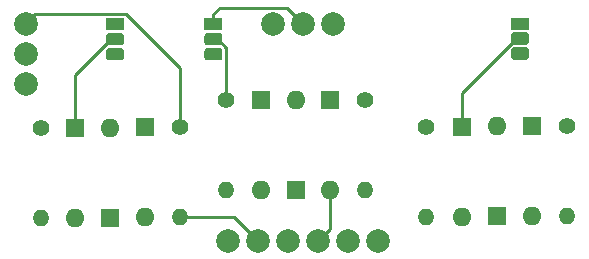
<source format=gbr>
G04 #@! TF.GenerationSoftware,KiCad,Pcbnew,(5.0.0)*
G04 #@! TF.CreationDate,2019-04-28T23:15:23+01:00*
G04 #@! TF.ProjectId,LS04,4C5330342E6B696361645F7063620000,rev?*
G04 #@! TF.SameCoordinates,Original*
G04 #@! TF.FileFunction,Copper,L2,Bot,Signal*
G04 #@! TF.FilePolarity,Positive*
%FSLAX46Y46*%
G04 Gerber Fmt 4.6, Leading zero omitted, Abs format (unit mm)*
G04 Created by KiCad (PCBNEW (5.0.0)) date 04/28/19 23:15:23*
%MOMM*%
%LPD*%
G01*
G04 APERTURE LIST*
G04 #@! TA.AperFunction,ComponentPad*
%ADD10C,2.000000*%
G04 #@! TD*
G04 #@! TA.AperFunction,ComponentPad*
%ADD11O,1.600000X1.600000*%
G04 #@! TD*
G04 #@! TA.AperFunction,ComponentPad*
%ADD12R,1.600000X1.600000*%
G04 #@! TD*
G04 #@! TA.AperFunction,ComponentPad*
%ADD13O,1.400000X1.400000*%
G04 #@! TD*
G04 #@! TA.AperFunction,ComponentPad*
%ADD14C,1.400000*%
G04 #@! TD*
G04 #@! TA.AperFunction,ComponentPad*
%ADD15R,1.500000X1.050000*%
G04 #@! TD*
G04 #@! TA.AperFunction,Conductor*
%ADD16C,0.100000*%
G04 #@! TD*
G04 #@! TA.AperFunction,ComponentPad*
%ADD17C,1.050000*%
G04 #@! TD*
G04 #@! TA.AperFunction,Conductor*
%ADD18C,0.250000*%
G04 #@! TD*
G04 APERTURE END LIST*
D10*
G04 #@! TO.P,J1,13*
G04 #@! TO.N,13*
X159068000Y-16065500D03*
G04 #@! TO.P,J1,12*
G04 #@! TO.N,12*
X156528000Y-16065500D03*
G04 #@! TO.P,J1,11*
G04 #@! TO.N,11*
X153988000Y-16065500D03*
G04 #@! TO.P,J1,6*
G04 #@! TO.N,6*
X162878000Y-34480500D03*
G04 #@! TO.P,J1,5*
G04 #@! TO.N,N/C*
X160338000Y-34480500D03*
G04 #@! TO.P,J1,4*
G04 #@! TO.N,4*
X157798000Y-34480500D03*
G04 #@! TO.P,J1,3*
G04 #@! TO.N,N/C*
X155258000Y-34480500D03*
G04 #@! TO.P,J1,2*
G04 #@! TO.N,2*
X152718000Y-34480500D03*
G04 #@! TO.P,J1,1*
G04 #@! TO.N,N/C*
X150178000Y-34480500D03*
G04 #@! TO.P,J1,23*
G04 #@! TO.N,-6v*
X133033000Y-21145500D03*
G04 #@! TO.P,J1,22*
G04 #@! TO.N,0v*
X133033000Y-18605500D03*
G04 #@! TO.P,J1,21*
G04 #@! TO.N,+6v*
X133033000Y-16065500D03*
G04 #@! TD*
D11*
G04 #@! TO.P,D1,2*
G04 #@! TO.N,2*
X143129000Y-32448500D03*
D12*
G04 #@! TO.P,D1,1*
G04 #@! TO.N,Net-(D1-Pad1)*
X143129000Y-24828500D03*
G04 #@! TD*
G04 #@! TO.P,D2,1*
G04 #@! TO.N,Net-(D2-Pad1)*
X140144000Y-32512000D03*
D11*
G04 #@! TO.P,D2,2*
G04 #@! TO.N,Net-(D1-Pad1)*
X140144000Y-24892000D03*
G04 #@! TD*
G04 #@! TO.P,D3,2*
G04 #@! TO.N,4*
X158814000Y-30162500D03*
D12*
G04 #@! TO.P,D3,1*
G04 #@! TO.N,Net-(D3-Pad1)*
X158814000Y-22542500D03*
G04 #@! TD*
D11*
G04 #@! TO.P,D4,2*
G04 #@! TO.N,Net-(D3-Pad1)*
X155892000Y-22542500D03*
D12*
G04 #@! TO.P,D4,1*
G04 #@! TO.N,Net-(D4-Pad1)*
X155892000Y-30162500D03*
G04 #@! TD*
G04 #@! TO.P,D5,1*
G04 #@! TO.N,Net-(D5-Pad1)*
X175895000Y-24765000D03*
D11*
G04 #@! TO.P,D5,2*
G04 #@! TO.N,6*
X175895000Y-32385000D03*
G04 #@! TD*
G04 #@! TO.P,D6,2*
G04 #@! TO.N,Net-(D5-Pad1)*
X172910000Y-24765000D03*
D12*
G04 #@! TO.P,D6,1*
G04 #@! TO.N,Net-(D6-Pad1)*
X172910000Y-32385000D03*
G04 #@! TD*
D11*
G04 #@! TO.P,D7,2*
G04 #@! TO.N,Net-(D2-Pad1)*
X137224000Y-32512000D03*
D12*
G04 #@! TO.P,D7,1*
G04 #@! TO.N,Net-(D7-Pad1)*
X137224000Y-24892000D03*
G04 #@! TD*
G04 #@! TO.P,D8,1*
G04 #@! TO.N,Net-(D8-Pad1)*
X152972000Y-22542500D03*
D11*
G04 #@! TO.P,D8,2*
G04 #@! TO.N,Net-(D4-Pad1)*
X152972000Y-30162500D03*
G04 #@! TD*
D12*
G04 #@! TO.P,D9,1*
G04 #@! TO.N,Net-(D9-Pad1)*
X169926000Y-24828500D03*
D11*
G04 #@! TO.P,D9,2*
G04 #@! TO.N,Net-(D6-Pad1)*
X169926000Y-32448500D03*
G04 #@! TD*
D13*
G04 #@! TO.P,R1,2*
G04 #@! TO.N,2*
X146050000Y-32448500D03*
D14*
G04 #@! TO.P,R1,1*
G04 #@! TO.N,+6v*
X146050000Y-24828500D03*
G04 #@! TD*
G04 #@! TO.P,R2,1*
G04 #@! TO.N,Net-(D7-Pad1)*
X134302000Y-24892000D03*
D13*
G04 #@! TO.P,R2,2*
G04 #@! TO.N,-6v*
X134302000Y-32512000D03*
G04 #@! TD*
D14*
G04 #@! TO.P,R3,1*
G04 #@! TO.N,+6v*
X161734000Y-22542500D03*
D13*
G04 #@! TO.P,R3,2*
G04 #@! TO.N,4*
X161734000Y-30162500D03*
G04 #@! TD*
G04 #@! TO.P,R4,2*
G04 #@! TO.N,-6v*
X149987000Y-30162500D03*
D14*
G04 #@! TO.P,R4,1*
G04 #@! TO.N,Net-(D8-Pad1)*
X149987000Y-22542500D03*
G04 #@! TD*
G04 #@! TO.P,R5,1*
G04 #@! TO.N,+6v*
X178880000Y-24765000D03*
D13*
G04 #@! TO.P,R5,2*
G04 #@! TO.N,6*
X178880000Y-32385000D03*
G04 #@! TD*
G04 #@! TO.P,R6,2*
G04 #@! TO.N,-6v*
X166942000Y-32448500D03*
D14*
G04 #@! TO.P,R6,1*
G04 #@! TO.N,Net-(D9-Pad1)*
X166942000Y-24828500D03*
G04 #@! TD*
D15*
G04 #@! TO.P,VT1,3*
G04 #@! TO.N,11*
X140589000Y-16129000D03*
D16*
G04 #@! TD*
G04 #@! TO.N,0v*
G04 #@! TO.C,VT1*
G36*
X141102229Y-18145264D02*
X141127711Y-18149044D01*
X141152700Y-18155303D01*
X141176954Y-18163982D01*
X141200242Y-18174996D01*
X141222337Y-18188239D01*
X141243028Y-18203585D01*
X141262116Y-18220884D01*
X141279415Y-18239972D01*
X141294761Y-18260663D01*
X141308004Y-18282758D01*
X141319018Y-18306046D01*
X141327697Y-18330300D01*
X141333956Y-18355289D01*
X141337736Y-18380771D01*
X141339000Y-18406500D01*
X141339000Y-18931500D01*
X141337736Y-18957229D01*
X141333956Y-18982711D01*
X141327697Y-19007700D01*
X141319018Y-19031954D01*
X141308004Y-19055242D01*
X141294761Y-19077337D01*
X141279415Y-19098028D01*
X141262116Y-19117116D01*
X141243028Y-19134415D01*
X141222337Y-19149761D01*
X141200242Y-19163004D01*
X141176954Y-19174018D01*
X141152700Y-19182697D01*
X141127711Y-19188956D01*
X141102229Y-19192736D01*
X141076500Y-19194000D01*
X140101500Y-19194000D01*
X140075771Y-19192736D01*
X140050289Y-19188956D01*
X140025300Y-19182697D01*
X140001046Y-19174018D01*
X139977758Y-19163004D01*
X139955663Y-19149761D01*
X139934972Y-19134415D01*
X139915884Y-19117116D01*
X139898585Y-19098028D01*
X139883239Y-19077337D01*
X139869996Y-19055242D01*
X139858982Y-19031954D01*
X139850303Y-19007700D01*
X139844044Y-18982711D01*
X139840264Y-18957229D01*
X139839000Y-18931500D01*
X139839000Y-18406500D01*
X139840264Y-18380771D01*
X139844044Y-18355289D01*
X139850303Y-18330300D01*
X139858982Y-18306046D01*
X139869996Y-18282758D01*
X139883239Y-18260663D01*
X139898585Y-18239972D01*
X139915884Y-18220884D01*
X139934972Y-18203585D01*
X139955663Y-18188239D01*
X139977758Y-18174996D01*
X140001046Y-18163982D01*
X140025300Y-18155303D01*
X140050289Y-18149044D01*
X140075771Y-18145264D01*
X140101500Y-18144000D01*
X141076500Y-18144000D01*
X141102229Y-18145264D01*
X141102229Y-18145264D01*
G37*
D17*
G04 #@! TO.P,VT1,1*
G04 #@! TO.N,0v*
X140589000Y-18669000D03*
D16*
G04 #@! TD*
G04 #@! TO.N,Net-(D7-Pad1)*
G04 #@! TO.C,VT1*
G36*
X141102229Y-16875264D02*
X141127711Y-16879044D01*
X141152700Y-16885303D01*
X141176954Y-16893982D01*
X141200242Y-16904996D01*
X141222337Y-16918239D01*
X141243028Y-16933585D01*
X141262116Y-16950884D01*
X141279415Y-16969972D01*
X141294761Y-16990663D01*
X141308004Y-17012758D01*
X141319018Y-17036046D01*
X141327697Y-17060300D01*
X141333956Y-17085289D01*
X141337736Y-17110771D01*
X141339000Y-17136500D01*
X141339000Y-17661500D01*
X141337736Y-17687229D01*
X141333956Y-17712711D01*
X141327697Y-17737700D01*
X141319018Y-17761954D01*
X141308004Y-17785242D01*
X141294761Y-17807337D01*
X141279415Y-17828028D01*
X141262116Y-17847116D01*
X141243028Y-17864415D01*
X141222337Y-17879761D01*
X141200242Y-17893004D01*
X141176954Y-17904018D01*
X141152700Y-17912697D01*
X141127711Y-17918956D01*
X141102229Y-17922736D01*
X141076500Y-17924000D01*
X140101500Y-17924000D01*
X140075771Y-17922736D01*
X140050289Y-17918956D01*
X140025300Y-17912697D01*
X140001046Y-17904018D01*
X139977758Y-17893004D01*
X139955663Y-17879761D01*
X139934972Y-17864415D01*
X139915884Y-17847116D01*
X139898585Y-17828028D01*
X139883239Y-17807337D01*
X139869996Y-17785242D01*
X139858982Y-17761954D01*
X139850303Y-17737700D01*
X139844044Y-17712711D01*
X139840264Y-17687229D01*
X139839000Y-17661500D01*
X139839000Y-17136500D01*
X139840264Y-17110771D01*
X139844044Y-17085289D01*
X139850303Y-17060300D01*
X139858982Y-17036046D01*
X139869996Y-17012758D01*
X139883239Y-16990663D01*
X139898585Y-16969972D01*
X139915884Y-16950884D01*
X139934972Y-16933585D01*
X139955663Y-16918239D01*
X139977758Y-16904996D01*
X140001046Y-16893982D01*
X140025300Y-16885303D01*
X140050289Y-16879044D01*
X140075771Y-16875264D01*
X140101500Y-16874000D01*
X141076500Y-16874000D01*
X141102229Y-16875264D01*
X141102229Y-16875264D01*
G37*
D17*
G04 #@! TO.P,VT1,2*
G04 #@! TO.N,Net-(D7-Pad1)*
X140589000Y-17399000D03*
G04 #@! TD*
D16*
G04 #@! TO.N,Net-(D8-Pad1)*
G04 #@! TO.C,VT2*
G36*
X149421229Y-16875264D02*
X149446711Y-16879044D01*
X149471700Y-16885303D01*
X149495954Y-16893982D01*
X149519242Y-16904996D01*
X149541337Y-16918239D01*
X149562028Y-16933585D01*
X149581116Y-16950884D01*
X149598415Y-16969972D01*
X149613761Y-16990663D01*
X149627004Y-17012758D01*
X149638018Y-17036046D01*
X149646697Y-17060300D01*
X149652956Y-17085289D01*
X149656736Y-17110771D01*
X149658000Y-17136500D01*
X149658000Y-17661500D01*
X149656736Y-17687229D01*
X149652956Y-17712711D01*
X149646697Y-17737700D01*
X149638018Y-17761954D01*
X149627004Y-17785242D01*
X149613761Y-17807337D01*
X149598415Y-17828028D01*
X149581116Y-17847116D01*
X149562028Y-17864415D01*
X149541337Y-17879761D01*
X149519242Y-17893004D01*
X149495954Y-17904018D01*
X149471700Y-17912697D01*
X149446711Y-17918956D01*
X149421229Y-17922736D01*
X149395500Y-17924000D01*
X148420500Y-17924000D01*
X148394771Y-17922736D01*
X148369289Y-17918956D01*
X148344300Y-17912697D01*
X148320046Y-17904018D01*
X148296758Y-17893004D01*
X148274663Y-17879761D01*
X148253972Y-17864415D01*
X148234884Y-17847116D01*
X148217585Y-17828028D01*
X148202239Y-17807337D01*
X148188996Y-17785242D01*
X148177982Y-17761954D01*
X148169303Y-17737700D01*
X148163044Y-17712711D01*
X148159264Y-17687229D01*
X148158000Y-17661500D01*
X148158000Y-17136500D01*
X148159264Y-17110771D01*
X148163044Y-17085289D01*
X148169303Y-17060300D01*
X148177982Y-17036046D01*
X148188996Y-17012758D01*
X148202239Y-16990663D01*
X148217585Y-16969972D01*
X148234884Y-16950884D01*
X148253972Y-16933585D01*
X148274663Y-16918239D01*
X148296758Y-16904996D01*
X148320046Y-16893982D01*
X148344300Y-16885303D01*
X148369289Y-16879044D01*
X148394771Y-16875264D01*
X148420500Y-16874000D01*
X149395500Y-16874000D01*
X149421229Y-16875264D01*
X149421229Y-16875264D01*
G37*
D17*
G04 #@! TD*
G04 #@! TO.P,VT2,2*
G04 #@! TO.N,Net-(D8-Pad1)*
X148908000Y-17399000D03*
D16*
G04 #@! TO.N,0v*
G04 #@! TO.C,VT2*
G36*
X149421229Y-18145264D02*
X149446711Y-18149044D01*
X149471700Y-18155303D01*
X149495954Y-18163982D01*
X149519242Y-18174996D01*
X149541337Y-18188239D01*
X149562028Y-18203585D01*
X149581116Y-18220884D01*
X149598415Y-18239972D01*
X149613761Y-18260663D01*
X149627004Y-18282758D01*
X149638018Y-18306046D01*
X149646697Y-18330300D01*
X149652956Y-18355289D01*
X149656736Y-18380771D01*
X149658000Y-18406500D01*
X149658000Y-18931500D01*
X149656736Y-18957229D01*
X149652956Y-18982711D01*
X149646697Y-19007700D01*
X149638018Y-19031954D01*
X149627004Y-19055242D01*
X149613761Y-19077337D01*
X149598415Y-19098028D01*
X149581116Y-19117116D01*
X149562028Y-19134415D01*
X149541337Y-19149761D01*
X149519242Y-19163004D01*
X149495954Y-19174018D01*
X149471700Y-19182697D01*
X149446711Y-19188956D01*
X149421229Y-19192736D01*
X149395500Y-19194000D01*
X148420500Y-19194000D01*
X148394771Y-19192736D01*
X148369289Y-19188956D01*
X148344300Y-19182697D01*
X148320046Y-19174018D01*
X148296758Y-19163004D01*
X148274663Y-19149761D01*
X148253972Y-19134415D01*
X148234884Y-19117116D01*
X148217585Y-19098028D01*
X148202239Y-19077337D01*
X148188996Y-19055242D01*
X148177982Y-19031954D01*
X148169303Y-19007700D01*
X148163044Y-18982711D01*
X148159264Y-18957229D01*
X148158000Y-18931500D01*
X148158000Y-18406500D01*
X148159264Y-18380771D01*
X148163044Y-18355289D01*
X148169303Y-18330300D01*
X148177982Y-18306046D01*
X148188996Y-18282758D01*
X148202239Y-18260663D01*
X148217585Y-18239972D01*
X148234884Y-18220884D01*
X148253972Y-18203585D01*
X148274663Y-18188239D01*
X148296758Y-18174996D01*
X148320046Y-18163982D01*
X148344300Y-18155303D01*
X148369289Y-18149044D01*
X148394771Y-18145264D01*
X148420500Y-18144000D01*
X149395500Y-18144000D01*
X149421229Y-18145264D01*
X149421229Y-18145264D01*
G37*
D17*
G04 #@! TD*
G04 #@! TO.P,VT2,1*
G04 #@! TO.N,0v*
X148908000Y-18669000D03*
D15*
G04 #@! TO.P,VT2,3*
G04 #@! TO.N,12*
X148908000Y-16129000D03*
G04 #@! TD*
D16*
G04 #@! TO.N,Net-(D9-Pad1)*
G04 #@! TO.C,VT3*
G36*
X175392229Y-16811764D02*
X175417711Y-16815544D01*
X175442700Y-16821803D01*
X175466954Y-16830482D01*
X175490242Y-16841496D01*
X175512337Y-16854739D01*
X175533028Y-16870085D01*
X175552116Y-16887384D01*
X175569415Y-16906472D01*
X175584761Y-16927163D01*
X175598004Y-16949258D01*
X175609018Y-16972546D01*
X175617697Y-16996800D01*
X175623956Y-17021789D01*
X175627736Y-17047271D01*
X175629000Y-17073000D01*
X175629000Y-17598000D01*
X175627736Y-17623729D01*
X175623956Y-17649211D01*
X175617697Y-17674200D01*
X175609018Y-17698454D01*
X175598004Y-17721742D01*
X175584761Y-17743837D01*
X175569415Y-17764528D01*
X175552116Y-17783616D01*
X175533028Y-17800915D01*
X175512337Y-17816261D01*
X175490242Y-17829504D01*
X175466954Y-17840518D01*
X175442700Y-17849197D01*
X175417711Y-17855456D01*
X175392229Y-17859236D01*
X175366500Y-17860500D01*
X174391500Y-17860500D01*
X174365771Y-17859236D01*
X174340289Y-17855456D01*
X174315300Y-17849197D01*
X174291046Y-17840518D01*
X174267758Y-17829504D01*
X174245663Y-17816261D01*
X174224972Y-17800915D01*
X174205884Y-17783616D01*
X174188585Y-17764528D01*
X174173239Y-17743837D01*
X174159996Y-17721742D01*
X174148982Y-17698454D01*
X174140303Y-17674200D01*
X174134044Y-17649211D01*
X174130264Y-17623729D01*
X174129000Y-17598000D01*
X174129000Y-17073000D01*
X174130264Y-17047271D01*
X174134044Y-17021789D01*
X174140303Y-16996800D01*
X174148982Y-16972546D01*
X174159996Y-16949258D01*
X174173239Y-16927163D01*
X174188585Y-16906472D01*
X174205884Y-16887384D01*
X174224972Y-16870085D01*
X174245663Y-16854739D01*
X174267758Y-16841496D01*
X174291046Y-16830482D01*
X174315300Y-16821803D01*
X174340289Y-16815544D01*
X174365771Y-16811764D01*
X174391500Y-16810500D01*
X175366500Y-16810500D01*
X175392229Y-16811764D01*
X175392229Y-16811764D01*
G37*
D17*
G04 #@! TD*
G04 #@! TO.P,VT3,2*
G04 #@! TO.N,Net-(D9-Pad1)*
X174879000Y-17335500D03*
D16*
G04 #@! TO.N,0v*
G04 #@! TO.C,VT3*
G36*
X175392229Y-18081764D02*
X175417711Y-18085544D01*
X175442700Y-18091803D01*
X175466954Y-18100482D01*
X175490242Y-18111496D01*
X175512337Y-18124739D01*
X175533028Y-18140085D01*
X175552116Y-18157384D01*
X175569415Y-18176472D01*
X175584761Y-18197163D01*
X175598004Y-18219258D01*
X175609018Y-18242546D01*
X175617697Y-18266800D01*
X175623956Y-18291789D01*
X175627736Y-18317271D01*
X175629000Y-18343000D01*
X175629000Y-18868000D01*
X175627736Y-18893729D01*
X175623956Y-18919211D01*
X175617697Y-18944200D01*
X175609018Y-18968454D01*
X175598004Y-18991742D01*
X175584761Y-19013837D01*
X175569415Y-19034528D01*
X175552116Y-19053616D01*
X175533028Y-19070915D01*
X175512337Y-19086261D01*
X175490242Y-19099504D01*
X175466954Y-19110518D01*
X175442700Y-19119197D01*
X175417711Y-19125456D01*
X175392229Y-19129236D01*
X175366500Y-19130500D01*
X174391500Y-19130500D01*
X174365771Y-19129236D01*
X174340289Y-19125456D01*
X174315300Y-19119197D01*
X174291046Y-19110518D01*
X174267758Y-19099504D01*
X174245663Y-19086261D01*
X174224972Y-19070915D01*
X174205884Y-19053616D01*
X174188585Y-19034528D01*
X174173239Y-19013837D01*
X174159996Y-18991742D01*
X174148982Y-18968454D01*
X174140303Y-18944200D01*
X174134044Y-18919211D01*
X174130264Y-18893729D01*
X174129000Y-18868000D01*
X174129000Y-18343000D01*
X174130264Y-18317271D01*
X174134044Y-18291789D01*
X174140303Y-18266800D01*
X174148982Y-18242546D01*
X174159996Y-18219258D01*
X174173239Y-18197163D01*
X174188585Y-18176472D01*
X174205884Y-18157384D01*
X174224972Y-18140085D01*
X174245663Y-18124739D01*
X174267758Y-18111496D01*
X174291046Y-18100482D01*
X174315300Y-18091803D01*
X174340289Y-18085544D01*
X174365771Y-18081764D01*
X174391500Y-18080500D01*
X175366500Y-18080500D01*
X175392229Y-18081764D01*
X175392229Y-18081764D01*
G37*
D17*
G04 #@! TD*
G04 #@! TO.P,VT3,1*
G04 #@! TO.N,0v*
X174879000Y-18605500D03*
D15*
G04 #@! TO.P,VT3,3*
G04 #@! TO.N,13*
X174879000Y-16065500D03*
G04 #@! TD*
D18*
G04 #@! TO.N,2*
X146050000Y-32448500D02*
X150686000Y-32448500D01*
X150686000Y-32448500D02*
X152718000Y-34480500D01*
G04 #@! TO.N,4*
X158814000Y-30162500D02*
X158814000Y-33464500D01*
X158814000Y-33464500D02*
X157798000Y-34480500D01*
G04 #@! TO.N,Net-(D7-Pad1)*
X140589000Y-17399000D02*
X140225100Y-17399000D01*
X140225100Y-17399000D02*
X137224000Y-20400100D01*
X137224000Y-20400100D02*
X137224000Y-24892000D01*
G04 #@! TO.N,Net-(D8-Pad1)*
X148908000Y-17399000D02*
X149271900Y-17399000D01*
X149271900Y-17399000D02*
X149987000Y-18114100D01*
X149987000Y-18114100D02*
X149987000Y-22542500D01*
G04 #@! TO.N,Net-(D9-Pad1)*
X174879000Y-17335500D02*
X174515100Y-17335500D01*
X174515100Y-17335500D02*
X169926000Y-21924600D01*
X169926000Y-21924600D02*
X169926000Y-24828500D01*
G04 #@! TO.N,+6v*
X146050000Y-24828500D02*
X146050000Y-19850700D01*
X146050000Y-19850700D02*
X141476600Y-15277300D01*
X141476600Y-15277300D02*
X133821200Y-15277300D01*
X133821200Y-15277300D02*
X133033000Y-16065500D01*
G04 #@! TO.N,12*
X148908000Y-16129000D02*
X148908000Y-15278700D01*
X148908000Y-15278700D02*
X149475500Y-14711200D01*
X149475500Y-14711200D02*
X155173700Y-14711200D01*
X155173700Y-14711200D02*
X156528000Y-16065500D01*
G04 #@! TD*
M02*

</source>
